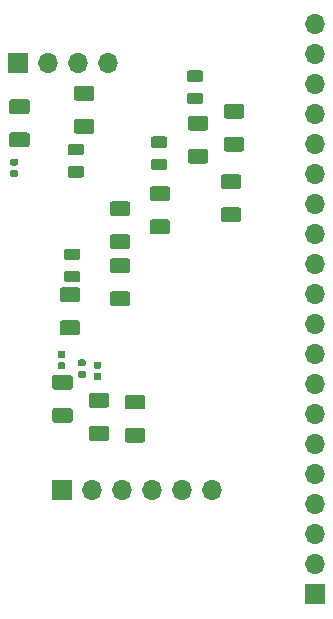
<source format=gbr>
G04 #@! TF.GenerationSoftware,KiCad,Pcbnew,5.1.5+dfsg1-2*
G04 #@! TF.CreationDate,2020-01-23T00:33:11+02:00*
G04 #@! TF.ProjectId,nrf52-mesh,6e726635-322d-46d6-9573-682e6b696361,rev?*
G04 #@! TF.SameCoordinates,Original*
G04 #@! TF.FileFunction,Soldermask,Bot*
G04 #@! TF.FilePolarity,Negative*
%FSLAX46Y46*%
G04 Gerber Fmt 4.6, Leading zero omitted, Abs format (unit mm)*
G04 Created by KiCad (PCBNEW 5.1.5+dfsg1-2) date 2020-01-23 00:33:11*
%MOMM*%
%LPD*%
G04 APERTURE LIST*
%ADD10C,0.100000*%
%ADD11O,1.700000X1.700000*%
%ADD12R,1.700000X1.700000*%
G04 APERTURE END LIST*
D10*
G36*
X196056503Y-71137203D02*
G01*
X196080772Y-71140803D01*
X196104570Y-71146764D01*
X196127670Y-71155029D01*
X196149848Y-71165519D01*
X196170892Y-71178132D01*
X196190597Y-71192746D01*
X196208776Y-71209222D01*
X196225252Y-71227401D01*
X196239866Y-71247106D01*
X196252479Y-71268150D01*
X196262969Y-71290328D01*
X196271234Y-71313428D01*
X196277195Y-71337226D01*
X196280795Y-71361495D01*
X196281999Y-71385999D01*
X196281999Y-72135999D01*
X196280795Y-72160503D01*
X196277195Y-72184772D01*
X196271234Y-72208570D01*
X196262969Y-72231670D01*
X196252479Y-72253848D01*
X196239866Y-72274892D01*
X196225252Y-72294597D01*
X196208776Y-72312776D01*
X196190597Y-72329252D01*
X196170892Y-72343866D01*
X196149848Y-72356479D01*
X196127670Y-72366969D01*
X196104570Y-72375234D01*
X196080772Y-72381195D01*
X196056503Y-72384795D01*
X196031999Y-72385999D01*
X194781999Y-72385999D01*
X194757495Y-72384795D01*
X194733226Y-72381195D01*
X194709428Y-72375234D01*
X194686328Y-72366969D01*
X194664150Y-72356479D01*
X194643106Y-72343866D01*
X194623401Y-72329252D01*
X194605222Y-72312776D01*
X194588746Y-72294597D01*
X194574132Y-72274892D01*
X194561519Y-72253848D01*
X194551029Y-72231670D01*
X194542764Y-72208570D01*
X194536803Y-72184772D01*
X194533203Y-72160503D01*
X194531999Y-72135999D01*
X194531999Y-71385999D01*
X194533203Y-71361495D01*
X194536803Y-71337226D01*
X194542764Y-71313428D01*
X194551029Y-71290328D01*
X194561519Y-71268150D01*
X194574132Y-71247106D01*
X194588746Y-71227401D01*
X194605222Y-71209222D01*
X194623401Y-71192746D01*
X194643106Y-71178132D01*
X194664150Y-71165519D01*
X194686328Y-71155029D01*
X194709428Y-71146764D01*
X194733226Y-71140803D01*
X194757495Y-71137203D01*
X194781999Y-71135999D01*
X196031999Y-71135999D01*
X196056503Y-71137203D01*
G37*
G36*
X196056503Y-73937203D02*
G01*
X196080772Y-73940803D01*
X196104570Y-73946764D01*
X196127670Y-73955029D01*
X196149848Y-73965519D01*
X196170892Y-73978132D01*
X196190597Y-73992746D01*
X196208776Y-74009222D01*
X196225252Y-74027401D01*
X196239866Y-74047106D01*
X196252479Y-74068150D01*
X196262969Y-74090328D01*
X196271234Y-74113428D01*
X196277195Y-74137226D01*
X196280795Y-74161495D01*
X196281999Y-74185999D01*
X196281999Y-74935999D01*
X196280795Y-74960503D01*
X196277195Y-74984772D01*
X196271234Y-75008570D01*
X196262969Y-75031670D01*
X196252479Y-75053848D01*
X196239866Y-75074892D01*
X196225252Y-75094597D01*
X196208776Y-75112776D01*
X196190597Y-75129252D01*
X196170892Y-75143866D01*
X196149848Y-75156479D01*
X196127670Y-75166969D01*
X196104570Y-75175234D01*
X196080772Y-75181195D01*
X196056503Y-75184795D01*
X196031999Y-75185999D01*
X194781999Y-75185999D01*
X194757495Y-75184795D01*
X194733226Y-75181195D01*
X194709428Y-75175234D01*
X194686328Y-75166969D01*
X194664150Y-75156479D01*
X194643106Y-75143866D01*
X194623401Y-75129252D01*
X194605222Y-75112776D01*
X194588746Y-75094597D01*
X194574132Y-75074892D01*
X194561519Y-75053848D01*
X194551029Y-75031670D01*
X194542764Y-75008570D01*
X194536803Y-74984772D01*
X194533203Y-74960503D01*
X194531999Y-74935999D01*
X194531999Y-74185999D01*
X194533203Y-74161495D01*
X194536803Y-74137226D01*
X194542764Y-74113428D01*
X194551029Y-74090328D01*
X194561519Y-74068150D01*
X194574132Y-74047106D01*
X194588746Y-74027401D01*
X194605222Y-74009222D01*
X194623401Y-73992746D01*
X194643106Y-73978132D01*
X194664150Y-73965519D01*
X194686328Y-73955029D01*
X194709428Y-73946764D01*
X194733226Y-73940803D01*
X194757495Y-73937203D01*
X194781999Y-73935999D01*
X196031999Y-73935999D01*
X196056503Y-73937203D01*
G37*
G36*
X183246958Y-69750710D02*
G01*
X183261276Y-69752834D01*
X183275317Y-69756351D01*
X183288946Y-69761228D01*
X183302031Y-69767417D01*
X183314447Y-69774858D01*
X183326073Y-69783481D01*
X183336798Y-69793202D01*
X183346519Y-69803927D01*
X183355142Y-69815553D01*
X183362583Y-69827969D01*
X183368772Y-69841054D01*
X183373649Y-69854683D01*
X183377166Y-69868724D01*
X183379290Y-69883042D01*
X183380000Y-69897500D01*
X183380000Y-70192500D01*
X183379290Y-70206958D01*
X183377166Y-70221276D01*
X183373649Y-70235317D01*
X183368772Y-70248946D01*
X183362583Y-70262031D01*
X183355142Y-70274447D01*
X183346519Y-70286073D01*
X183336798Y-70296798D01*
X183326073Y-70306519D01*
X183314447Y-70315142D01*
X183302031Y-70322583D01*
X183288946Y-70328772D01*
X183275317Y-70333649D01*
X183261276Y-70337166D01*
X183246958Y-70339290D01*
X183232500Y-70340000D01*
X182887500Y-70340000D01*
X182873042Y-70339290D01*
X182858724Y-70337166D01*
X182844683Y-70333649D01*
X182831054Y-70328772D01*
X182817969Y-70322583D01*
X182805553Y-70315142D01*
X182793927Y-70306519D01*
X182783202Y-70296798D01*
X182773481Y-70286073D01*
X182764858Y-70274447D01*
X182757417Y-70262031D01*
X182751228Y-70248946D01*
X182746351Y-70235317D01*
X182742834Y-70221276D01*
X182740710Y-70206958D01*
X182740000Y-70192500D01*
X182740000Y-69897500D01*
X182740710Y-69883042D01*
X182742834Y-69868724D01*
X182746351Y-69854683D01*
X182751228Y-69841054D01*
X182757417Y-69827969D01*
X182764858Y-69815553D01*
X182773481Y-69803927D01*
X182783202Y-69793202D01*
X182793927Y-69783481D01*
X182805553Y-69774858D01*
X182817969Y-69767417D01*
X182831054Y-69761228D01*
X182844683Y-69756351D01*
X182858724Y-69752834D01*
X182873042Y-69750710D01*
X182887500Y-69750000D01*
X183232500Y-69750000D01*
X183246958Y-69750710D01*
G37*
G36*
X183246958Y-68780710D02*
G01*
X183261276Y-68782834D01*
X183275317Y-68786351D01*
X183288946Y-68791228D01*
X183302031Y-68797417D01*
X183314447Y-68804858D01*
X183326073Y-68813481D01*
X183336798Y-68823202D01*
X183346519Y-68833927D01*
X183355142Y-68845553D01*
X183362583Y-68857969D01*
X183368772Y-68871054D01*
X183373649Y-68884683D01*
X183377166Y-68898724D01*
X183379290Y-68913042D01*
X183380000Y-68927500D01*
X183380000Y-69222500D01*
X183379290Y-69236958D01*
X183377166Y-69251276D01*
X183373649Y-69265317D01*
X183368772Y-69278946D01*
X183362583Y-69292031D01*
X183355142Y-69304447D01*
X183346519Y-69316073D01*
X183336798Y-69326798D01*
X183326073Y-69336519D01*
X183314447Y-69345142D01*
X183302031Y-69352583D01*
X183288946Y-69358772D01*
X183275317Y-69363649D01*
X183261276Y-69367166D01*
X183246958Y-69369290D01*
X183232500Y-69370000D01*
X182887500Y-69370000D01*
X182873042Y-69369290D01*
X182858724Y-69367166D01*
X182844683Y-69363649D01*
X182831054Y-69358772D01*
X182817969Y-69352583D01*
X182805553Y-69345142D01*
X182793927Y-69336519D01*
X182783202Y-69326798D01*
X182773481Y-69316073D01*
X182764858Y-69304447D01*
X182757417Y-69292031D01*
X182751228Y-69278946D01*
X182746351Y-69265317D01*
X182742834Y-69251276D01*
X182740710Y-69236958D01*
X182740000Y-69222500D01*
X182740000Y-68927500D01*
X182740710Y-68913042D01*
X182742834Y-68898724D01*
X182746351Y-68884683D01*
X182751228Y-68871054D01*
X182757417Y-68857969D01*
X182764858Y-68845553D01*
X182773481Y-68833927D01*
X182783202Y-68823202D01*
X182793927Y-68813481D01*
X182805553Y-68804858D01*
X182817969Y-68797417D01*
X182831054Y-68791228D01*
X182844683Y-68786351D01*
X182858724Y-68782834D01*
X182873042Y-68780710D01*
X182887500Y-68780000D01*
X183232500Y-68780000D01*
X183246958Y-68780710D01*
G37*
G36*
X184149504Y-66566204D02*
G01*
X184173773Y-66569804D01*
X184197571Y-66575765D01*
X184220671Y-66584030D01*
X184242849Y-66594520D01*
X184263893Y-66607133D01*
X184283598Y-66621747D01*
X184301777Y-66638223D01*
X184318253Y-66656402D01*
X184332867Y-66676107D01*
X184345480Y-66697151D01*
X184355970Y-66719329D01*
X184364235Y-66742429D01*
X184370196Y-66766227D01*
X184373796Y-66790496D01*
X184375000Y-66815000D01*
X184375000Y-67565000D01*
X184373796Y-67589504D01*
X184370196Y-67613773D01*
X184364235Y-67637571D01*
X184355970Y-67660671D01*
X184345480Y-67682849D01*
X184332867Y-67703893D01*
X184318253Y-67723598D01*
X184301777Y-67741777D01*
X184283598Y-67758253D01*
X184263893Y-67772867D01*
X184242849Y-67785480D01*
X184220671Y-67795970D01*
X184197571Y-67804235D01*
X184173773Y-67810196D01*
X184149504Y-67813796D01*
X184125000Y-67815000D01*
X182875000Y-67815000D01*
X182850496Y-67813796D01*
X182826227Y-67810196D01*
X182802429Y-67804235D01*
X182779329Y-67795970D01*
X182757151Y-67785480D01*
X182736107Y-67772867D01*
X182716402Y-67758253D01*
X182698223Y-67741777D01*
X182681747Y-67723598D01*
X182667133Y-67703893D01*
X182654520Y-67682849D01*
X182644030Y-67660671D01*
X182635765Y-67637571D01*
X182629804Y-67613773D01*
X182626204Y-67589504D01*
X182625000Y-67565000D01*
X182625000Y-66815000D01*
X182626204Y-66790496D01*
X182629804Y-66766227D01*
X182635765Y-66742429D01*
X182644030Y-66719329D01*
X182654520Y-66697151D01*
X182667133Y-66676107D01*
X182681747Y-66656402D01*
X182698223Y-66638223D01*
X182716402Y-66621747D01*
X182736107Y-66607133D01*
X182757151Y-66594520D01*
X182779329Y-66584030D01*
X182802429Y-66575765D01*
X182826227Y-66569804D01*
X182850496Y-66566204D01*
X182875000Y-66565000D01*
X184125000Y-66565000D01*
X184149504Y-66566204D01*
G37*
G36*
X184149504Y-63766204D02*
G01*
X184173773Y-63769804D01*
X184197571Y-63775765D01*
X184220671Y-63784030D01*
X184242849Y-63794520D01*
X184263893Y-63807133D01*
X184283598Y-63821747D01*
X184301777Y-63838223D01*
X184318253Y-63856402D01*
X184332867Y-63876107D01*
X184345480Y-63897151D01*
X184355970Y-63919329D01*
X184364235Y-63942429D01*
X184370196Y-63966227D01*
X184373796Y-63990496D01*
X184375000Y-64015000D01*
X184375000Y-64765000D01*
X184373796Y-64789504D01*
X184370196Y-64813773D01*
X184364235Y-64837571D01*
X184355970Y-64860671D01*
X184345480Y-64882849D01*
X184332867Y-64903893D01*
X184318253Y-64923598D01*
X184301777Y-64941777D01*
X184283598Y-64958253D01*
X184263893Y-64972867D01*
X184242849Y-64985480D01*
X184220671Y-64995970D01*
X184197571Y-65004235D01*
X184173773Y-65010196D01*
X184149504Y-65013796D01*
X184125000Y-65015000D01*
X182875000Y-65015000D01*
X182850496Y-65013796D01*
X182826227Y-65010196D01*
X182802429Y-65004235D01*
X182779329Y-64995970D01*
X182757151Y-64985480D01*
X182736107Y-64972867D01*
X182716402Y-64958253D01*
X182698223Y-64941777D01*
X182681747Y-64923598D01*
X182667133Y-64903893D01*
X182654520Y-64882849D01*
X182644030Y-64860671D01*
X182635765Y-64837571D01*
X182629804Y-64813773D01*
X182626204Y-64789504D01*
X182625000Y-64765000D01*
X182625000Y-64015000D01*
X182626204Y-63990496D01*
X182629804Y-63966227D01*
X182635765Y-63942429D01*
X182644030Y-63919329D01*
X182654520Y-63897151D01*
X182667133Y-63876107D01*
X182681747Y-63856402D01*
X182698223Y-63838223D01*
X182716402Y-63821747D01*
X182736107Y-63807133D01*
X182757151Y-63794520D01*
X182779329Y-63784030D01*
X182802429Y-63775765D01*
X182826227Y-63769804D01*
X182850496Y-63766204D01*
X182875000Y-63765000D01*
X184125000Y-63765000D01*
X184149504Y-63766204D01*
G37*
G36*
X202071504Y-72912204D02*
G01*
X202095773Y-72915804D01*
X202119571Y-72921765D01*
X202142671Y-72930030D01*
X202164849Y-72940520D01*
X202185893Y-72953133D01*
X202205598Y-72967747D01*
X202223777Y-72984223D01*
X202240253Y-73002402D01*
X202254867Y-73022107D01*
X202267480Y-73043151D01*
X202277970Y-73065329D01*
X202286235Y-73088429D01*
X202292196Y-73112227D01*
X202295796Y-73136496D01*
X202297000Y-73161000D01*
X202297000Y-73911000D01*
X202295796Y-73935504D01*
X202292196Y-73959773D01*
X202286235Y-73983571D01*
X202277970Y-74006671D01*
X202267480Y-74028849D01*
X202254867Y-74049893D01*
X202240253Y-74069598D01*
X202223777Y-74087777D01*
X202205598Y-74104253D01*
X202185893Y-74118867D01*
X202164849Y-74131480D01*
X202142671Y-74141970D01*
X202119571Y-74150235D01*
X202095773Y-74156196D01*
X202071504Y-74159796D01*
X202047000Y-74161000D01*
X200797000Y-74161000D01*
X200772496Y-74159796D01*
X200748227Y-74156196D01*
X200724429Y-74150235D01*
X200701329Y-74141970D01*
X200679151Y-74131480D01*
X200658107Y-74118867D01*
X200638402Y-74104253D01*
X200620223Y-74087777D01*
X200603747Y-74069598D01*
X200589133Y-74049893D01*
X200576520Y-74028849D01*
X200566030Y-74006671D01*
X200557765Y-73983571D01*
X200551804Y-73959773D01*
X200548204Y-73935504D01*
X200547000Y-73911000D01*
X200547000Y-73161000D01*
X200548204Y-73136496D01*
X200551804Y-73112227D01*
X200557765Y-73088429D01*
X200566030Y-73065329D01*
X200576520Y-73043151D01*
X200589133Y-73022107D01*
X200603747Y-73002402D01*
X200620223Y-72984223D01*
X200638402Y-72967747D01*
X200658107Y-72953133D01*
X200679151Y-72940520D01*
X200701329Y-72930030D01*
X200724429Y-72921765D01*
X200748227Y-72915804D01*
X200772496Y-72912204D01*
X200797000Y-72911000D01*
X202047000Y-72911000D01*
X202071504Y-72912204D01*
G37*
G36*
X202071504Y-70112204D02*
G01*
X202095773Y-70115804D01*
X202119571Y-70121765D01*
X202142671Y-70130030D01*
X202164849Y-70140520D01*
X202185893Y-70153133D01*
X202205598Y-70167747D01*
X202223777Y-70184223D01*
X202240253Y-70202402D01*
X202254867Y-70222107D01*
X202267480Y-70243151D01*
X202277970Y-70265329D01*
X202286235Y-70288429D01*
X202292196Y-70312227D01*
X202295796Y-70336496D01*
X202297000Y-70361000D01*
X202297000Y-71111000D01*
X202295796Y-71135504D01*
X202292196Y-71159773D01*
X202286235Y-71183571D01*
X202277970Y-71206671D01*
X202267480Y-71228849D01*
X202254867Y-71249893D01*
X202240253Y-71269598D01*
X202223777Y-71287777D01*
X202205598Y-71304253D01*
X202185893Y-71318867D01*
X202164849Y-71331480D01*
X202142671Y-71341970D01*
X202119571Y-71350235D01*
X202095773Y-71356196D01*
X202071504Y-71359796D01*
X202047000Y-71361000D01*
X200797000Y-71361000D01*
X200772496Y-71359796D01*
X200748227Y-71356196D01*
X200724429Y-71350235D01*
X200701329Y-71341970D01*
X200679151Y-71331480D01*
X200658107Y-71318867D01*
X200638402Y-71304253D01*
X200620223Y-71287777D01*
X200603747Y-71269598D01*
X200589133Y-71249893D01*
X200576520Y-71228849D01*
X200566030Y-71206671D01*
X200557765Y-71183571D01*
X200551804Y-71159773D01*
X200548204Y-71135504D01*
X200547000Y-71111000D01*
X200547000Y-70361000D01*
X200548204Y-70336496D01*
X200551804Y-70312227D01*
X200557765Y-70288429D01*
X200566030Y-70265329D01*
X200576520Y-70243151D01*
X200589133Y-70222107D01*
X200603747Y-70202402D01*
X200620223Y-70184223D01*
X200638402Y-70167747D01*
X200658107Y-70153133D01*
X200679151Y-70140520D01*
X200701329Y-70130030D01*
X200724429Y-70121765D01*
X200748227Y-70115804D01*
X200772496Y-70112204D01*
X200797000Y-70111000D01*
X202047000Y-70111000D01*
X202071504Y-70112204D01*
G37*
G36*
X192673504Y-80024204D02*
G01*
X192697773Y-80027804D01*
X192721571Y-80033765D01*
X192744671Y-80042030D01*
X192766849Y-80052520D01*
X192787893Y-80065133D01*
X192807598Y-80079747D01*
X192825777Y-80096223D01*
X192842253Y-80114402D01*
X192856867Y-80134107D01*
X192869480Y-80155151D01*
X192879970Y-80177329D01*
X192888235Y-80200429D01*
X192894196Y-80224227D01*
X192897796Y-80248496D01*
X192899000Y-80273000D01*
X192899000Y-81023000D01*
X192897796Y-81047504D01*
X192894196Y-81071773D01*
X192888235Y-81095571D01*
X192879970Y-81118671D01*
X192869480Y-81140849D01*
X192856867Y-81161893D01*
X192842253Y-81181598D01*
X192825777Y-81199777D01*
X192807598Y-81216253D01*
X192787893Y-81230867D01*
X192766849Y-81243480D01*
X192744671Y-81253970D01*
X192721571Y-81262235D01*
X192697773Y-81268196D01*
X192673504Y-81271796D01*
X192649000Y-81273000D01*
X191399000Y-81273000D01*
X191374496Y-81271796D01*
X191350227Y-81268196D01*
X191326429Y-81262235D01*
X191303329Y-81253970D01*
X191281151Y-81243480D01*
X191260107Y-81230867D01*
X191240402Y-81216253D01*
X191222223Y-81199777D01*
X191205747Y-81181598D01*
X191191133Y-81161893D01*
X191178520Y-81140849D01*
X191168030Y-81118671D01*
X191159765Y-81095571D01*
X191153804Y-81071773D01*
X191150204Y-81047504D01*
X191149000Y-81023000D01*
X191149000Y-80273000D01*
X191150204Y-80248496D01*
X191153804Y-80224227D01*
X191159765Y-80200429D01*
X191168030Y-80177329D01*
X191178520Y-80155151D01*
X191191133Y-80134107D01*
X191205747Y-80114402D01*
X191222223Y-80096223D01*
X191240402Y-80079747D01*
X191260107Y-80065133D01*
X191281151Y-80052520D01*
X191303329Y-80042030D01*
X191326429Y-80033765D01*
X191350227Y-80027804D01*
X191374496Y-80024204D01*
X191399000Y-80023000D01*
X192649000Y-80023000D01*
X192673504Y-80024204D01*
G37*
G36*
X192673504Y-77224204D02*
G01*
X192697773Y-77227804D01*
X192721571Y-77233765D01*
X192744671Y-77242030D01*
X192766849Y-77252520D01*
X192787893Y-77265133D01*
X192807598Y-77279747D01*
X192825777Y-77296223D01*
X192842253Y-77314402D01*
X192856867Y-77334107D01*
X192869480Y-77355151D01*
X192879970Y-77377329D01*
X192888235Y-77400429D01*
X192894196Y-77424227D01*
X192897796Y-77448496D01*
X192899000Y-77473000D01*
X192899000Y-78223000D01*
X192897796Y-78247504D01*
X192894196Y-78271773D01*
X192888235Y-78295571D01*
X192879970Y-78318671D01*
X192869480Y-78340849D01*
X192856867Y-78361893D01*
X192842253Y-78381598D01*
X192825777Y-78399777D01*
X192807598Y-78416253D01*
X192787893Y-78430867D01*
X192766849Y-78443480D01*
X192744671Y-78453970D01*
X192721571Y-78462235D01*
X192697773Y-78468196D01*
X192673504Y-78471796D01*
X192649000Y-78473000D01*
X191399000Y-78473000D01*
X191374496Y-78471796D01*
X191350227Y-78468196D01*
X191326429Y-78462235D01*
X191303329Y-78453970D01*
X191281151Y-78443480D01*
X191260107Y-78430867D01*
X191240402Y-78416253D01*
X191222223Y-78399777D01*
X191205747Y-78381598D01*
X191191133Y-78361893D01*
X191178520Y-78340849D01*
X191168030Y-78318671D01*
X191159765Y-78295571D01*
X191153804Y-78271773D01*
X191150204Y-78247504D01*
X191149000Y-78223000D01*
X191149000Y-77473000D01*
X191150204Y-77448496D01*
X191153804Y-77424227D01*
X191159765Y-77400429D01*
X191168030Y-77377329D01*
X191178520Y-77355151D01*
X191191133Y-77334107D01*
X191205747Y-77314402D01*
X191222223Y-77296223D01*
X191240402Y-77279747D01*
X191260107Y-77265133D01*
X191281151Y-77252520D01*
X191303329Y-77242030D01*
X191326429Y-77233765D01*
X191350227Y-77227804D01*
X191374496Y-77224204D01*
X191399000Y-77223000D01*
X192649000Y-77223000D01*
X192673504Y-77224204D01*
G37*
G36*
X198854142Y-61314174D02*
G01*
X198877803Y-61317684D01*
X198901007Y-61323496D01*
X198923529Y-61331554D01*
X198945153Y-61341782D01*
X198965670Y-61354079D01*
X198984883Y-61368329D01*
X199002607Y-61384393D01*
X199018671Y-61402117D01*
X199032921Y-61421330D01*
X199045218Y-61441847D01*
X199055446Y-61463471D01*
X199063504Y-61485993D01*
X199069316Y-61509197D01*
X199072826Y-61532858D01*
X199074000Y-61556750D01*
X199074000Y-62044250D01*
X199072826Y-62068142D01*
X199069316Y-62091803D01*
X199063504Y-62115007D01*
X199055446Y-62137529D01*
X199045218Y-62159153D01*
X199032921Y-62179670D01*
X199018671Y-62198883D01*
X199002607Y-62216607D01*
X198984883Y-62232671D01*
X198965670Y-62246921D01*
X198945153Y-62259218D01*
X198923529Y-62269446D01*
X198901007Y-62277504D01*
X198877803Y-62283316D01*
X198854142Y-62286826D01*
X198830250Y-62288000D01*
X197917750Y-62288000D01*
X197893858Y-62286826D01*
X197870197Y-62283316D01*
X197846993Y-62277504D01*
X197824471Y-62269446D01*
X197802847Y-62259218D01*
X197782330Y-62246921D01*
X197763117Y-62232671D01*
X197745393Y-62216607D01*
X197729329Y-62198883D01*
X197715079Y-62179670D01*
X197702782Y-62159153D01*
X197692554Y-62137529D01*
X197684496Y-62115007D01*
X197678684Y-62091803D01*
X197675174Y-62068142D01*
X197674000Y-62044250D01*
X197674000Y-61556750D01*
X197675174Y-61532858D01*
X197678684Y-61509197D01*
X197684496Y-61485993D01*
X197692554Y-61463471D01*
X197702782Y-61441847D01*
X197715079Y-61421330D01*
X197729329Y-61402117D01*
X197745393Y-61384393D01*
X197763117Y-61368329D01*
X197782330Y-61354079D01*
X197802847Y-61341782D01*
X197824471Y-61331554D01*
X197846993Y-61323496D01*
X197870197Y-61317684D01*
X197893858Y-61314174D01*
X197917750Y-61313000D01*
X198830250Y-61313000D01*
X198854142Y-61314174D01*
G37*
G36*
X198854142Y-63189174D02*
G01*
X198877803Y-63192684D01*
X198901007Y-63198496D01*
X198923529Y-63206554D01*
X198945153Y-63216782D01*
X198965670Y-63229079D01*
X198984883Y-63243329D01*
X199002607Y-63259393D01*
X199018671Y-63277117D01*
X199032921Y-63296330D01*
X199045218Y-63316847D01*
X199055446Y-63338471D01*
X199063504Y-63360993D01*
X199069316Y-63384197D01*
X199072826Y-63407858D01*
X199074000Y-63431750D01*
X199074000Y-63919250D01*
X199072826Y-63943142D01*
X199069316Y-63966803D01*
X199063504Y-63990007D01*
X199055446Y-64012529D01*
X199045218Y-64034153D01*
X199032921Y-64054670D01*
X199018671Y-64073883D01*
X199002607Y-64091607D01*
X198984883Y-64107671D01*
X198965670Y-64121921D01*
X198945153Y-64134218D01*
X198923529Y-64144446D01*
X198901007Y-64152504D01*
X198877803Y-64158316D01*
X198854142Y-64161826D01*
X198830250Y-64163000D01*
X197917750Y-64163000D01*
X197893858Y-64161826D01*
X197870197Y-64158316D01*
X197846993Y-64152504D01*
X197824471Y-64144446D01*
X197802847Y-64134218D01*
X197782330Y-64121921D01*
X197763117Y-64107671D01*
X197745393Y-64091607D01*
X197729329Y-64073883D01*
X197715079Y-64054670D01*
X197702782Y-64034153D01*
X197692554Y-64012529D01*
X197684496Y-63990007D01*
X197678684Y-63966803D01*
X197675174Y-63943142D01*
X197674000Y-63919250D01*
X197674000Y-63431750D01*
X197675174Y-63407858D01*
X197678684Y-63384197D01*
X197684496Y-63360993D01*
X197692554Y-63338471D01*
X197702782Y-63316847D01*
X197715079Y-63296330D01*
X197729329Y-63277117D01*
X197745393Y-63259393D01*
X197763117Y-63243329D01*
X197782330Y-63229079D01*
X197802847Y-63216782D01*
X197824471Y-63206554D01*
X197846993Y-63198496D01*
X197870197Y-63192684D01*
X197893858Y-63189174D01*
X197917750Y-63188000D01*
X198830250Y-63188000D01*
X198854142Y-63189174D01*
G37*
G36*
X188460142Y-76406174D02*
G01*
X188483803Y-76409684D01*
X188507007Y-76415496D01*
X188529529Y-76423554D01*
X188551153Y-76433782D01*
X188571670Y-76446079D01*
X188590883Y-76460329D01*
X188608607Y-76476393D01*
X188624671Y-76494117D01*
X188638921Y-76513330D01*
X188651218Y-76533847D01*
X188661446Y-76555471D01*
X188669504Y-76577993D01*
X188675316Y-76601197D01*
X188678826Y-76624858D01*
X188680000Y-76648750D01*
X188680000Y-77136250D01*
X188678826Y-77160142D01*
X188675316Y-77183803D01*
X188669504Y-77207007D01*
X188661446Y-77229529D01*
X188651218Y-77251153D01*
X188638921Y-77271670D01*
X188624671Y-77290883D01*
X188608607Y-77308607D01*
X188590883Y-77324671D01*
X188571670Y-77338921D01*
X188551153Y-77351218D01*
X188529529Y-77361446D01*
X188507007Y-77369504D01*
X188483803Y-77375316D01*
X188460142Y-77378826D01*
X188436250Y-77380000D01*
X187523750Y-77380000D01*
X187499858Y-77378826D01*
X187476197Y-77375316D01*
X187452993Y-77369504D01*
X187430471Y-77361446D01*
X187408847Y-77351218D01*
X187388330Y-77338921D01*
X187369117Y-77324671D01*
X187351393Y-77308607D01*
X187335329Y-77290883D01*
X187321079Y-77271670D01*
X187308782Y-77251153D01*
X187298554Y-77229529D01*
X187290496Y-77207007D01*
X187284684Y-77183803D01*
X187281174Y-77160142D01*
X187280000Y-77136250D01*
X187280000Y-76648750D01*
X187281174Y-76624858D01*
X187284684Y-76601197D01*
X187290496Y-76577993D01*
X187298554Y-76555471D01*
X187308782Y-76533847D01*
X187321079Y-76513330D01*
X187335329Y-76494117D01*
X187351393Y-76476393D01*
X187369117Y-76460329D01*
X187388330Y-76446079D01*
X187408847Y-76433782D01*
X187430471Y-76423554D01*
X187452993Y-76415496D01*
X187476197Y-76409684D01*
X187499858Y-76406174D01*
X187523750Y-76405000D01*
X188436250Y-76405000D01*
X188460142Y-76406174D01*
G37*
G36*
X188460142Y-78281174D02*
G01*
X188483803Y-78284684D01*
X188507007Y-78290496D01*
X188529529Y-78298554D01*
X188551153Y-78308782D01*
X188571670Y-78321079D01*
X188590883Y-78335329D01*
X188608607Y-78351393D01*
X188624671Y-78369117D01*
X188638921Y-78388330D01*
X188651218Y-78408847D01*
X188661446Y-78430471D01*
X188669504Y-78452993D01*
X188675316Y-78476197D01*
X188678826Y-78499858D01*
X188680000Y-78523750D01*
X188680000Y-79011250D01*
X188678826Y-79035142D01*
X188675316Y-79058803D01*
X188669504Y-79082007D01*
X188661446Y-79104529D01*
X188651218Y-79126153D01*
X188638921Y-79146670D01*
X188624671Y-79165883D01*
X188608607Y-79183607D01*
X188590883Y-79199671D01*
X188571670Y-79213921D01*
X188551153Y-79226218D01*
X188529529Y-79236446D01*
X188507007Y-79244504D01*
X188483803Y-79250316D01*
X188460142Y-79253826D01*
X188436250Y-79255000D01*
X187523750Y-79255000D01*
X187499858Y-79253826D01*
X187476197Y-79250316D01*
X187452993Y-79244504D01*
X187430471Y-79236446D01*
X187408847Y-79226218D01*
X187388330Y-79213921D01*
X187369117Y-79199671D01*
X187351393Y-79183607D01*
X187335329Y-79165883D01*
X187321079Y-79146670D01*
X187308782Y-79126153D01*
X187298554Y-79104529D01*
X187290496Y-79082007D01*
X187284684Y-79058803D01*
X187281174Y-79035142D01*
X187280000Y-79011250D01*
X187280000Y-78523750D01*
X187281174Y-78499858D01*
X187284684Y-78476197D01*
X187290496Y-78452993D01*
X187298554Y-78430471D01*
X187308782Y-78408847D01*
X187321079Y-78388330D01*
X187335329Y-78369117D01*
X187351393Y-78351393D01*
X187369117Y-78335329D01*
X187388330Y-78321079D01*
X187408847Y-78308782D01*
X187430471Y-78298554D01*
X187452993Y-78290496D01*
X187476197Y-78284684D01*
X187499858Y-78281174D01*
X187523750Y-78280000D01*
X188436250Y-78280000D01*
X188460142Y-78281174D01*
G37*
G36*
X195806142Y-66902174D02*
G01*
X195829803Y-66905684D01*
X195853007Y-66911496D01*
X195875529Y-66919554D01*
X195897153Y-66929782D01*
X195917670Y-66942079D01*
X195936883Y-66956329D01*
X195954607Y-66972393D01*
X195970671Y-66990117D01*
X195984921Y-67009330D01*
X195997218Y-67029847D01*
X196007446Y-67051471D01*
X196015504Y-67073993D01*
X196021316Y-67097197D01*
X196024826Y-67120858D01*
X196026000Y-67144750D01*
X196026000Y-67632250D01*
X196024826Y-67656142D01*
X196021316Y-67679803D01*
X196015504Y-67703007D01*
X196007446Y-67725529D01*
X195997218Y-67747153D01*
X195984921Y-67767670D01*
X195970671Y-67786883D01*
X195954607Y-67804607D01*
X195936883Y-67820671D01*
X195917670Y-67834921D01*
X195897153Y-67847218D01*
X195875529Y-67857446D01*
X195853007Y-67865504D01*
X195829803Y-67871316D01*
X195806142Y-67874826D01*
X195782250Y-67876000D01*
X194869750Y-67876000D01*
X194845858Y-67874826D01*
X194822197Y-67871316D01*
X194798993Y-67865504D01*
X194776471Y-67857446D01*
X194754847Y-67847218D01*
X194734330Y-67834921D01*
X194715117Y-67820671D01*
X194697393Y-67804607D01*
X194681329Y-67786883D01*
X194667079Y-67767670D01*
X194654782Y-67747153D01*
X194644554Y-67725529D01*
X194636496Y-67703007D01*
X194630684Y-67679803D01*
X194627174Y-67656142D01*
X194626000Y-67632250D01*
X194626000Y-67144750D01*
X194627174Y-67120858D01*
X194630684Y-67097197D01*
X194636496Y-67073993D01*
X194644554Y-67051471D01*
X194654782Y-67029847D01*
X194667079Y-67009330D01*
X194681329Y-66990117D01*
X194697393Y-66972393D01*
X194715117Y-66956329D01*
X194734330Y-66942079D01*
X194754847Y-66929782D01*
X194776471Y-66919554D01*
X194798993Y-66911496D01*
X194822197Y-66905684D01*
X194845858Y-66902174D01*
X194869750Y-66901000D01*
X195782250Y-66901000D01*
X195806142Y-66902174D01*
G37*
G36*
X195806142Y-68777174D02*
G01*
X195829803Y-68780684D01*
X195853007Y-68786496D01*
X195875529Y-68794554D01*
X195897153Y-68804782D01*
X195917670Y-68817079D01*
X195936883Y-68831329D01*
X195954607Y-68847393D01*
X195970671Y-68865117D01*
X195984921Y-68884330D01*
X195997218Y-68904847D01*
X196007446Y-68926471D01*
X196015504Y-68948993D01*
X196021316Y-68972197D01*
X196024826Y-68995858D01*
X196026000Y-69019750D01*
X196026000Y-69507250D01*
X196024826Y-69531142D01*
X196021316Y-69554803D01*
X196015504Y-69578007D01*
X196007446Y-69600529D01*
X195997218Y-69622153D01*
X195984921Y-69642670D01*
X195970671Y-69661883D01*
X195954607Y-69679607D01*
X195936883Y-69695671D01*
X195917670Y-69709921D01*
X195897153Y-69722218D01*
X195875529Y-69732446D01*
X195853007Y-69740504D01*
X195829803Y-69746316D01*
X195806142Y-69749826D01*
X195782250Y-69751000D01*
X194869750Y-69751000D01*
X194845858Y-69749826D01*
X194822197Y-69746316D01*
X194798993Y-69740504D01*
X194776471Y-69732446D01*
X194754847Y-69722218D01*
X194734330Y-69709921D01*
X194715117Y-69695671D01*
X194697393Y-69679607D01*
X194681329Y-69661883D01*
X194667079Y-69642670D01*
X194654782Y-69622153D01*
X194644554Y-69600529D01*
X194636496Y-69578007D01*
X194630684Y-69554803D01*
X194627174Y-69531142D01*
X194626000Y-69507250D01*
X194626000Y-69019750D01*
X194627174Y-68995858D01*
X194630684Y-68972197D01*
X194636496Y-68948993D01*
X194644554Y-68926471D01*
X194654782Y-68904847D01*
X194667079Y-68884330D01*
X194681329Y-68865117D01*
X194697393Y-68847393D01*
X194715117Y-68831329D01*
X194734330Y-68817079D01*
X194754847Y-68804782D01*
X194776471Y-68794554D01*
X194798993Y-68786496D01*
X194822197Y-68780684D01*
X194845858Y-68777174D01*
X194869750Y-68776000D01*
X195782250Y-68776000D01*
X195806142Y-68777174D01*
G37*
G36*
X188770142Y-69421174D02*
G01*
X188793803Y-69424684D01*
X188817007Y-69430496D01*
X188839529Y-69438554D01*
X188861153Y-69448782D01*
X188881670Y-69461079D01*
X188900883Y-69475329D01*
X188918607Y-69491393D01*
X188934671Y-69509117D01*
X188948921Y-69528330D01*
X188961218Y-69548847D01*
X188971446Y-69570471D01*
X188979504Y-69592993D01*
X188985316Y-69616197D01*
X188988826Y-69639858D01*
X188990000Y-69663750D01*
X188990000Y-70151250D01*
X188988826Y-70175142D01*
X188985316Y-70198803D01*
X188979504Y-70222007D01*
X188971446Y-70244529D01*
X188961218Y-70266153D01*
X188948921Y-70286670D01*
X188934671Y-70305883D01*
X188918607Y-70323607D01*
X188900883Y-70339671D01*
X188881670Y-70353921D01*
X188861153Y-70366218D01*
X188839529Y-70376446D01*
X188817007Y-70384504D01*
X188793803Y-70390316D01*
X188770142Y-70393826D01*
X188746250Y-70395000D01*
X187833750Y-70395000D01*
X187809858Y-70393826D01*
X187786197Y-70390316D01*
X187762993Y-70384504D01*
X187740471Y-70376446D01*
X187718847Y-70366218D01*
X187698330Y-70353921D01*
X187679117Y-70339671D01*
X187661393Y-70323607D01*
X187645329Y-70305883D01*
X187631079Y-70286670D01*
X187618782Y-70266153D01*
X187608554Y-70244529D01*
X187600496Y-70222007D01*
X187594684Y-70198803D01*
X187591174Y-70175142D01*
X187590000Y-70151250D01*
X187590000Y-69663750D01*
X187591174Y-69639858D01*
X187594684Y-69616197D01*
X187600496Y-69592993D01*
X187608554Y-69570471D01*
X187618782Y-69548847D01*
X187631079Y-69528330D01*
X187645329Y-69509117D01*
X187661393Y-69491393D01*
X187679117Y-69475329D01*
X187698330Y-69461079D01*
X187718847Y-69448782D01*
X187740471Y-69438554D01*
X187762993Y-69430496D01*
X187786197Y-69424684D01*
X187809858Y-69421174D01*
X187833750Y-69420000D01*
X188746250Y-69420000D01*
X188770142Y-69421174D01*
G37*
G36*
X188770142Y-67546174D02*
G01*
X188793803Y-67549684D01*
X188817007Y-67555496D01*
X188839529Y-67563554D01*
X188861153Y-67573782D01*
X188881670Y-67586079D01*
X188900883Y-67600329D01*
X188918607Y-67616393D01*
X188934671Y-67634117D01*
X188948921Y-67653330D01*
X188961218Y-67673847D01*
X188971446Y-67695471D01*
X188979504Y-67717993D01*
X188985316Y-67741197D01*
X188988826Y-67764858D01*
X188990000Y-67788750D01*
X188990000Y-68276250D01*
X188988826Y-68300142D01*
X188985316Y-68323803D01*
X188979504Y-68347007D01*
X188971446Y-68369529D01*
X188961218Y-68391153D01*
X188948921Y-68411670D01*
X188934671Y-68430883D01*
X188918607Y-68448607D01*
X188900883Y-68464671D01*
X188881670Y-68478921D01*
X188861153Y-68491218D01*
X188839529Y-68501446D01*
X188817007Y-68509504D01*
X188793803Y-68515316D01*
X188770142Y-68518826D01*
X188746250Y-68520000D01*
X187833750Y-68520000D01*
X187809858Y-68518826D01*
X187786197Y-68515316D01*
X187762993Y-68509504D01*
X187740471Y-68501446D01*
X187718847Y-68491218D01*
X187698330Y-68478921D01*
X187679117Y-68464671D01*
X187661393Y-68448607D01*
X187645329Y-68430883D01*
X187631079Y-68411670D01*
X187618782Y-68391153D01*
X187608554Y-68369529D01*
X187600496Y-68347007D01*
X187594684Y-68323803D01*
X187591174Y-68300142D01*
X187590000Y-68276250D01*
X187590000Y-67788750D01*
X187591174Y-67764858D01*
X187594684Y-67741197D01*
X187600496Y-67717993D01*
X187608554Y-67695471D01*
X187618782Y-67673847D01*
X187631079Y-67653330D01*
X187645329Y-67634117D01*
X187661393Y-67616393D01*
X187679117Y-67600329D01*
X187698330Y-67586079D01*
X187718847Y-67573782D01*
X187740471Y-67563554D01*
X187762993Y-67555496D01*
X187786197Y-67549684D01*
X187809858Y-67546174D01*
X187833750Y-67545000D01*
X188746250Y-67545000D01*
X188770142Y-67546174D01*
G37*
G36*
X187266958Y-85070710D02*
G01*
X187281276Y-85072834D01*
X187295317Y-85076351D01*
X187308946Y-85081228D01*
X187322031Y-85087417D01*
X187334447Y-85094858D01*
X187346073Y-85103481D01*
X187356798Y-85113202D01*
X187366519Y-85123927D01*
X187375142Y-85135553D01*
X187382583Y-85147969D01*
X187388772Y-85161054D01*
X187393649Y-85174683D01*
X187397166Y-85188724D01*
X187399290Y-85203042D01*
X187400000Y-85217500D01*
X187400000Y-85512500D01*
X187399290Y-85526958D01*
X187397166Y-85541276D01*
X187393649Y-85555317D01*
X187388772Y-85568946D01*
X187382583Y-85582031D01*
X187375142Y-85594447D01*
X187366519Y-85606073D01*
X187356798Y-85616798D01*
X187346073Y-85626519D01*
X187334447Y-85635142D01*
X187322031Y-85642583D01*
X187308946Y-85648772D01*
X187295317Y-85653649D01*
X187281276Y-85657166D01*
X187266958Y-85659290D01*
X187252500Y-85660000D01*
X186907500Y-85660000D01*
X186893042Y-85659290D01*
X186878724Y-85657166D01*
X186864683Y-85653649D01*
X186851054Y-85648772D01*
X186837969Y-85642583D01*
X186825553Y-85635142D01*
X186813927Y-85626519D01*
X186803202Y-85616798D01*
X186793481Y-85606073D01*
X186784858Y-85594447D01*
X186777417Y-85582031D01*
X186771228Y-85568946D01*
X186766351Y-85555317D01*
X186762834Y-85541276D01*
X186760710Y-85526958D01*
X186760000Y-85512500D01*
X186760000Y-85217500D01*
X186760710Y-85203042D01*
X186762834Y-85188724D01*
X186766351Y-85174683D01*
X186771228Y-85161054D01*
X186777417Y-85147969D01*
X186784858Y-85135553D01*
X186793481Y-85123927D01*
X186803202Y-85113202D01*
X186813927Y-85103481D01*
X186825553Y-85094858D01*
X186837969Y-85087417D01*
X186851054Y-85081228D01*
X186864683Y-85076351D01*
X186878724Y-85072834D01*
X186893042Y-85070710D01*
X186907500Y-85070000D01*
X187252500Y-85070000D01*
X187266958Y-85070710D01*
G37*
G36*
X187266958Y-86040710D02*
G01*
X187281276Y-86042834D01*
X187295317Y-86046351D01*
X187308946Y-86051228D01*
X187322031Y-86057417D01*
X187334447Y-86064858D01*
X187346073Y-86073481D01*
X187356798Y-86083202D01*
X187366519Y-86093927D01*
X187375142Y-86105553D01*
X187382583Y-86117969D01*
X187388772Y-86131054D01*
X187393649Y-86144683D01*
X187397166Y-86158724D01*
X187399290Y-86173042D01*
X187400000Y-86187500D01*
X187400000Y-86482500D01*
X187399290Y-86496958D01*
X187397166Y-86511276D01*
X187393649Y-86525317D01*
X187388772Y-86538946D01*
X187382583Y-86552031D01*
X187375142Y-86564447D01*
X187366519Y-86576073D01*
X187356798Y-86586798D01*
X187346073Y-86596519D01*
X187334447Y-86605142D01*
X187322031Y-86612583D01*
X187308946Y-86618772D01*
X187295317Y-86623649D01*
X187281276Y-86627166D01*
X187266958Y-86629290D01*
X187252500Y-86630000D01*
X186907500Y-86630000D01*
X186893042Y-86629290D01*
X186878724Y-86627166D01*
X186864683Y-86623649D01*
X186851054Y-86618772D01*
X186837969Y-86612583D01*
X186825553Y-86605142D01*
X186813927Y-86596519D01*
X186803202Y-86586798D01*
X186793481Y-86576073D01*
X186784858Y-86564447D01*
X186777417Y-86552031D01*
X186771228Y-86538946D01*
X186766351Y-86525317D01*
X186762834Y-86511276D01*
X186760710Y-86496958D01*
X186760000Y-86482500D01*
X186760000Y-86187500D01*
X186760710Y-86173042D01*
X186762834Y-86158724D01*
X186766351Y-86144683D01*
X186771228Y-86131054D01*
X186777417Y-86117969D01*
X186784858Y-86105553D01*
X186793481Y-86093927D01*
X186803202Y-86083202D01*
X186813927Y-86073481D01*
X186825553Y-86064858D01*
X186837969Y-86057417D01*
X186851054Y-86051228D01*
X186864683Y-86046351D01*
X186878724Y-86042834D01*
X186893042Y-86040710D01*
X186907500Y-86040000D01*
X187252500Y-86040000D01*
X187266958Y-86040710D01*
G37*
G36*
X188976958Y-85790710D02*
G01*
X188991276Y-85792834D01*
X189005317Y-85796351D01*
X189018946Y-85801228D01*
X189032031Y-85807417D01*
X189044447Y-85814858D01*
X189056073Y-85823481D01*
X189066798Y-85833202D01*
X189076519Y-85843927D01*
X189085142Y-85855553D01*
X189092583Y-85867969D01*
X189098772Y-85881054D01*
X189103649Y-85894683D01*
X189107166Y-85908724D01*
X189109290Y-85923042D01*
X189110000Y-85937500D01*
X189110000Y-86232500D01*
X189109290Y-86246958D01*
X189107166Y-86261276D01*
X189103649Y-86275317D01*
X189098772Y-86288946D01*
X189092583Y-86302031D01*
X189085142Y-86314447D01*
X189076519Y-86326073D01*
X189066798Y-86336798D01*
X189056073Y-86346519D01*
X189044447Y-86355142D01*
X189032031Y-86362583D01*
X189018946Y-86368772D01*
X189005317Y-86373649D01*
X188991276Y-86377166D01*
X188976958Y-86379290D01*
X188962500Y-86380000D01*
X188617500Y-86380000D01*
X188603042Y-86379290D01*
X188588724Y-86377166D01*
X188574683Y-86373649D01*
X188561054Y-86368772D01*
X188547969Y-86362583D01*
X188535553Y-86355142D01*
X188523927Y-86346519D01*
X188513202Y-86336798D01*
X188503481Y-86326073D01*
X188494858Y-86314447D01*
X188487417Y-86302031D01*
X188481228Y-86288946D01*
X188476351Y-86275317D01*
X188472834Y-86261276D01*
X188470710Y-86246958D01*
X188470000Y-86232500D01*
X188470000Y-85937500D01*
X188470710Y-85923042D01*
X188472834Y-85908724D01*
X188476351Y-85894683D01*
X188481228Y-85881054D01*
X188487417Y-85867969D01*
X188494858Y-85855553D01*
X188503481Y-85843927D01*
X188513202Y-85833202D01*
X188523927Y-85823481D01*
X188535553Y-85814858D01*
X188547969Y-85807417D01*
X188561054Y-85801228D01*
X188574683Y-85796351D01*
X188588724Y-85792834D01*
X188603042Y-85790710D01*
X188617500Y-85790000D01*
X188962500Y-85790000D01*
X188976958Y-85790710D01*
G37*
G36*
X188976958Y-86760710D02*
G01*
X188991276Y-86762834D01*
X189005317Y-86766351D01*
X189018946Y-86771228D01*
X189032031Y-86777417D01*
X189044447Y-86784858D01*
X189056073Y-86793481D01*
X189066798Y-86803202D01*
X189076519Y-86813927D01*
X189085142Y-86825553D01*
X189092583Y-86837969D01*
X189098772Y-86851054D01*
X189103649Y-86864683D01*
X189107166Y-86878724D01*
X189109290Y-86893042D01*
X189110000Y-86907500D01*
X189110000Y-87202500D01*
X189109290Y-87216958D01*
X189107166Y-87231276D01*
X189103649Y-87245317D01*
X189098772Y-87258946D01*
X189092583Y-87272031D01*
X189085142Y-87284447D01*
X189076519Y-87296073D01*
X189066798Y-87306798D01*
X189056073Y-87316519D01*
X189044447Y-87325142D01*
X189032031Y-87332583D01*
X189018946Y-87338772D01*
X189005317Y-87343649D01*
X188991276Y-87347166D01*
X188976958Y-87349290D01*
X188962500Y-87350000D01*
X188617500Y-87350000D01*
X188603042Y-87349290D01*
X188588724Y-87347166D01*
X188574683Y-87343649D01*
X188561054Y-87338772D01*
X188547969Y-87332583D01*
X188535553Y-87325142D01*
X188523927Y-87316519D01*
X188513202Y-87306798D01*
X188503481Y-87296073D01*
X188494858Y-87284447D01*
X188487417Y-87272031D01*
X188481228Y-87258946D01*
X188476351Y-87245317D01*
X188472834Y-87231276D01*
X188470710Y-87216958D01*
X188470000Y-87202500D01*
X188470000Y-86907500D01*
X188470710Y-86893042D01*
X188472834Y-86878724D01*
X188476351Y-86864683D01*
X188481228Y-86851054D01*
X188487417Y-86837969D01*
X188494858Y-86825553D01*
X188503481Y-86813927D01*
X188513202Y-86803202D01*
X188523927Y-86793481D01*
X188535553Y-86784858D01*
X188547969Y-86777417D01*
X188561054Y-86771228D01*
X188574683Y-86766351D01*
X188588724Y-86762834D01*
X188603042Y-86760710D01*
X188617500Y-86760000D01*
X188962500Y-86760000D01*
X188976958Y-86760710D01*
G37*
G36*
X190296958Y-85970710D02*
G01*
X190311276Y-85972834D01*
X190325317Y-85976351D01*
X190338946Y-85981228D01*
X190352031Y-85987417D01*
X190364447Y-85994858D01*
X190376073Y-86003481D01*
X190386798Y-86013202D01*
X190396519Y-86023927D01*
X190405142Y-86035553D01*
X190412583Y-86047969D01*
X190418772Y-86061054D01*
X190423649Y-86074683D01*
X190427166Y-86088724D01*
X190429290Y-86103042D01*
X190430000Y-86117500D01*
X190430000Y-86412500D01*
X190429290Y-86426958D01*
X190427166Y-86441276D01*
X190423649Y-86455317D01*
X190418772Y-86468946D01*
X190412583Y-86482031D01*
X190405142Y-86494447D01*
X190396519Y-86506073D01*
X190386798Y-86516798D01*
X190376073Y-86526519D01*
X190364447Y-86535142D01*
X190352031Y-86542583D01*
X190338946Y-86548772D01*
X190325317Y-86553649D01*
X190311276Y-86557166D01*
X190296958Y-86559290D01*
X190282500Y-86560000D01*
X189937500Y-86560000D01*
X189923042Y-86559290D01*
X189908724Y-86557166D01*
X189894683Y-86553649D01*
X189881054Y-86548772D01*
X189867969Y-86542583D01*
X189855553Y-86535142D01*
X189843927Y-86526519D01*
X189833202Y-86516798D01*
X189823481Y-86506073D01*
X189814858Y-86494447D01*
X189807417Y-86482031D01*
X189801228Y-86468946D01*
X189796351Y-86455317D01*
X189792834Y-86441276D01*
X189790710Y-86426958D01*
X189790000Y-86412500D01*
X189790000Y-86117500D01*
X189790710Y-86103042D01*
X189792834Y-86088724D01*
X189796351Y-86074683D01*
X189801228Y-86061054D01*
X189807417Y-86047969D01*
X189814858Y-86035553D01*
X189823481Y-86023927D01*
X189833202Y-86013202D01*
X189843927Y-86003481D01*
X189855553Y-85994858D01*
X189867969Y-85987417D01*
X189881054Y-85981228D01*
X189894683Y-85976351D01*
X189908724Y-85972834D01*
X189923042Y-85970710D01*
X189937500Y-85970000D01*
X190282500Y-85970000D01*
X190296958Y-85970710D01*
G37*
G36*
X190296958Y-86940710D02*
G01*
X190311276Y-86942834D01*
X190325317Y-86946351D01*
X190338946Y-86951228D01*
X190352031Y-86957417D01*
X190364447Y-86964858D01*
X190376073Y-86973481D01*
X190386798Y-86983202D01*
X190396519Y-86993927D01*
X190405142Y-87005553D01*
X190412583Y-87017969D01*
X190418772Y-87031054D01*
X190423649Y-87044683D01*
X190427166Y-87058724D01*
X190429290Y-87073042D01*
X190430000Y-87087500D01*
X190430000Y-87382500D01*
X190429290Y-87396958D01*
X190427166Y-87411276D01*
X190423649Y-87425317D01*
X190418772Y-87438946D01*
X190412583Y-87452031D01*
X190405142Y-87464447D01*
X190396519Y-87476073D01*
X190386798Y-87486798D01*
X190376073Y-87496519D01*
X190364447Y-87505142D01*
X190352031Y-87512583D01*
X190338946Y-87518772D01*
X190325317Y-87523649D01*
X190311276Y-87527166D01*
X190296958Y-87529290D01*
X190282500Y-87530000D01*
X189937500Y-87530000D01*
X189923042Y-87529290D01*
X189908724Y-87527166D01*
X189894683Y-87523649D01*
X189881054Y-87518772D01*
X189867969Y-87512583D01*
X189855553Y-87505142D01*
X189843927Y-87496519D01*
X189833202Y-87486798D01*
X189823481Y-87476073D01*
X189814858Y-87464447D01*
X189807417Y-87452031D01*
X189801228Y-87438946D01*
X189796351Y-87425317D01*
X189792834Y-87411276D01*
X189790710Y-87396958D01*
X189790000Y-87382500D01*
X189790000Y-87087500D01*
X189790710Y-87073042D01*
X189792834Y-87058724D01*
X189796351Y-87044683D01*
X189801228Y-87031054D01*
X189807417Y-87017969D01*
X189814858Y-87005553D01*
X189823481Y-86993927D01*
X189833202Y-86983202D01*
X189843927Y-86973481D01*
X189855553Y-86964858D01*
X189867969Y-86957417D01*
X189881054Y-86951228D01*
X189894683Y-86946351D01*
X189908724Y-86942834D01*
X189923042Y-86940710D01*
X189937500Y-86940000D01*
X190282500Y-86940000D01*
X190296958Y-86940710D01*
G37*
D11*
X199820000Y-96830000D03*
X197280000Y-96830000D03*
X194740000Y-96830000D03*
X192200000Y-96830000D03*
X189660000Y-96830000D03*
D12*
X187120000Y-96830000D03*
D11*
X191008000Y-60706000D03*
X188468000Y-60706000D03*
X185928000Y-60706000D03*
D12*
X183388000Y-60706000D03*
D11*
X208534000Y-57404000D03*
X208534000Y-59944000D03*
X208534000Y-62484000D03*
X208534000Y-65024000D03*
X208534000Y-67564000D03*
X208534000Y-70104000D03*
X208534000Y-72644000D03*
X208534000Y-75184000D03*
X208534000Y-77724000D03*
X208534000Y-80264000D03*
X208534000Y-82804000D03*
X208534000Y-85344000D03*
X208534000Y-87884000D03*
X208534000Y-90424000D03*
X208534000Y-92964000D03*
X208534000Y-95504000D03*
X208534000Y-98044000D03*
X208534000Y-100584000D03*
X208534000Y-103124000D03*
D12*
X208534000Y-105664000D03*
D10*
G36*
X202325504Y-66940204D02*
G01*
X202349773Y-66943804D01*
X202373571Y-66949765D01*
X202396671Y-66958030D01*
X202418849Y-66968520D01*
X202439893Y-66981133D01*
X202459598Y-66995747D01*
X202477777Y-67012223D01*
X202494253Y-67030402D01*
X202508867Y-67050107D01*
X202521480Y-67071151D01*
X202531970Y-67093329D01*
X202540235Y-67116429D01*
X202546196Y-67140227D01*
X202549796Y-67164496D01*
X202551000Y-67189000D01*
X202551000Y-67939000D01*
X202549796Y-67963504D01*
X202546196Y-67987773D01*
X202540235Y-68011571D01*
X202531970Y-68034671D01*
X202521480Y-68056849D01*
X202508867Y-68077893D01*
X202494253Y-68097598D01*
X202477777Y-68115777D01*
X202459598Y-68132253D01*
X202439893Y-68146867D01*
X202418849Y-68159480D01*
X202396671Y-68169970D01*
X202373571Y-68178235D01*
X202349773Y-68184196D01*
X202325504Y-68187796D01*
X202301000Y-68189000D01*
X201051000Y-68189000D01*
X201026496Y-68187796D01*
X201002227Y-68184196D01*
X200978429Y-68178235D01*
X200955329Y-68169970D01*
X200933151Y-68159480D01*
X200912107Y-68146867D01*
X200892402Y-68132253D01*
X200874223Y-68115777D01*
X200857747Y-68097598D01*
X200843133Y-68077893D01*
X200830520Y-68056849D01*
X200820030Y-68034671D01*
X200811765Y-68011571D01*
X200805804Y-67987773D01*
X200802204Y-67963504D01*
X200801000Y-67939000D01*
X200801000Y-67189000D01*
X200802204Y-67164496D01*
X200805804Y-67140227D01*
X200811765Y-67116429D01*
X200820030Y-67093329D01*
X200830520Y-67071151D01*
X200843133Y-67050107D01*
X200857747Y-67030402D01*
X200874223Y-67012223D01*
X200892402Y-66995747D01*
X200912107Y-66981133D01*
X200933151Y-66968520D01*
X200955329Y-66958030D01*
X200978429Y-66949765D01*
X201002227Y-66943804D01*
X201026496Y-66940204D01*
X201051000Y-66939000D01*
X202301000Y-66939000D01*
X202325504Y-66940204D01*
G37*
G36*
X202325504Y-64140204D02*
G01*
X202349773Y-64143804D01*
X202373571Y-64149765D01*
X202396671Y-64158030D01*
X202418849Y-64168520D01*
X202439893Y-64181133D01*
X202459598Y-64195747D01*
X202477777Y-64212223D01*
X202494253Y-64230402D01*
X202508867Y-64250107D01*
X202521480Y-64271151D01*
X202531970Y-64293329D01*
X202540235Y-64316429D01*
X202546196Y-64340227D01*
X202549796Y-64364496D01*
X202551000Y-64389000D01*
X202551000Y-65139000D01*
X202549796Y-65163504D01*
X202546196Y-65187773D01*
X202540235Y-65211571D01*
X202531970Y-65234671D01*
X202521480Y-65256849D01*
X202508867Y-65277893D01*
X202494253Y-65297598D01*
X202477777Y-65315777D01*
X202459598Y-65332253D01*
X202439893Y-65346867D01*
X202418849Y-65359480D01*
X202396671Y-65369970D01*
X202373571Y-65378235D01*
X202349773Y-65384196D01*
X202325504Y-65387796D01*
X202301000Y-65389000D01*
X201051000Y-65389000D01*
X201026496Y-65387796D01*
X201002227Y-65384196D01*
X200978429Y-65378235D01*
X200955329Y-65369970D01*
X200933151Y-65359480D01*
X200912107Y-65346867D01*
X200892402Y-65332253D01*
X200874223Y-65315777D01*
X200857747Y-65297598D01*
X200843133Y-65277893D01*
X200830520Y-65256849D01*
X200820030Y-65234671D01*
X200811765Y-65211571D01*
X200805804Y-65187773D01*
X200802204Y-65163504D01*
X200801000Y-65139000D01*
X200801000Y-64389000D01*
X200802204Y-64364496D01*
X200805804Y-64340227D01*
X200811765Y-64316429D01*
X200820030Y-64293329D01*
X200830520Y-64271151D01*
X200843133Y-64250107D01*
X200857747Y-64230402D01*
X200874223Y-64212223D01*
X200892402Y-64195747D01*
X200912107Y-64181133D01*
X200933151Y-64168520D01*
X200955329Y-64158030D01*
X200978429Y-64149765D01*
X201002227Y-64143804D01*
X201026496Y-64140204D01*
X201051000Y-64139000D01*
X202301000Y-64139000D01*
X202325504Y-64140204D01*
G37*
G36*
X192673504Y-75198204D02*
G01*
X192697773Y-75201804D01*
X192721571Y-75207765D01*
X192744671Y-75216030D01*
X192766849Y-75226520D01*
X192787893Y-75239133D01*
X192807598Y-75253747D01*
X192825777Y-75270223D01*
X192842253Y-75288402D01*
X192856867Y-75308107D01*
X192869480Y-75329151D01*
X192879970Y-75351329D01*
X192888235Y-75374429D01*
X192894196Y-75398227D01*
X192897796Y-75422496D01*
X192899000Y-75447000D01*
X192899000Y-76197000D01*
X192897796Y-76221504D01*
X192894196Y-76245773D01*
X192888235Y-76269571D01*
X192879970Y-76292671D01*
X192869480Y-76314849D01*
X192856867Y-76335893D01*
X192842253Y-76355598D01*
X192825777Y-76373777D01*
X192807598Y-76390253D01*
X192787893Y-76404867D01*
X192766849Y-76417480D01*
X192744671Y-76427970D01*
X192721571Y-76436235D01*
X192697773Y-76442196D01*
X192673504Y-76445796D01*
X192649000Y-76447000D01*
X191399000Y-76447000D01*
X191374496Y-76445796D01*
X191350227Y-76442196D01*
X191326429Y-76436235D01*
X191303329Y-76427970D01*
X191281151Y-76417480D01*
X191260107Y-76404867D01*
X191240402Y-76390253D01*
X191222223Y-76373777D01*
X191205747Y-76355598D01*
X191191133Y-76335893D01*
X191178520Y-76314849D01*
X191168030Y-76292671D01*
X191159765Y-76269571D01*
X191153804Y-76245773D01*
X191150204Y-76221504D01*
X191149000Y-76197000D01*
X191149000Y-75447000D01*
X191150204Y-75422496D01*
X191153804Y-75398227D01*
X191159765Y-75374429D01*
X191168030Y-75351329D01*
X191178520Y-75329151D01*
X191191133Y-75308107D01*
X191205747Y-75288402D01*
X191222223Y-75270223D01*
X191240402Y-75253747D01*
X191260107Y-75239133D01*
X191281151Y-75226520D01*
X191303329Y-75216030D01*
X191326429Y-75207765D01*
X191350227Y-75201804D01*
X191374496Y-75198204D01*
X191399000Y-75197000D01*
X192649000Y-75197000D01*
X192673504Y-75198204D01*
G37*
G36*
X192673504Y-72398204D02*
G01*
X192697773Y-72401804D01*
X192721571Y-72407765D01*
X192744671Y-72416030D01*
X192766849Y-72426520D01*
X192787893Y-72439133D01*
X192807598Y-72453747D01*
X192825777Y-72470223D01*
X192842253Y-72488402D01*
X192856867Y-72508107D01*
X192869480Y-72529151D01*
X192879970Y-72551329D01*
X192888235Y-72574429D01*
X192894196Y-72598227D01*
X192897796Y-72622496D01*
X192899000Y-72647000D01*
X192899000Y-73397000D01*
X192897796Y-73421504D01*
X192894196Y-73445773D01*
X192888235Y-73469571D01*
X192879970Y-73492671D01*
X192869480Y-73514849D01*
X192856867Y-73535893D01*
X192842253Y-73555598D01*
X192825777Y-73573777D01*
X192807598Y-73590253D01*
X192787893Y-73604867D01*
X192766849Y-73617480D01*
X192744671Y-73627970D01*
X192721571Y-73636235D01*
X192697773Y-73642196D01*
X192673504Y-73645796D01*
X192649000Y-73647000D01*
X191399000Y-73647000D01*
X191374496Y-73645796D01*
X191350227Y-73642196D01*
X191326429Y-73636235D01*
X191303329Y-73627970D01*
X191281151Y-73617480D01*
X191260107Y-73604867D01*
X191240402Y-73590253D01*
X191222223Y-73573777D01*
X191205747Y-73555598D01*
X191191133Y-73535893D01*
X191178520Y-73514849D01*
X191168030Y-73492671D01*
X191159765Y-73469571D01*
X191153804Y-73445773D01*
X191150204Y-73421504D01*
X191149000Y-73397000D01*
X191149000Y-72647000D01*
X191150204Y-72622496D01*
X191153804Y-72598227D01*
X191159765Y-72574429D01*
X191168030Y-72551329D01*
X191178520Y-72529151D01*
X191191133Y-72508107D01*
X191205747Y-72488402D01*
X191222223Y-72470223D01*
X191240402Y-72453747D01*
X191260107Y-72439133D01*
X191281151Y-72426520D01*
X191303329Y-72416030D01*
X191326429Y-72407765D01*
X191350227Y-72401804D01*
X191374496Y-72398204D01*
X191399000Y-72397000D01*
X192649000Y-72397000D01*
X192673504Y-72398204D01*
G37*
G36*
X199277504Y-65156204D02*
G01*
X199301773Y-65159804D01*
X199325571Y-65165765D01*
X199348671Y-65174030D01*
X199370849Y-65184520D01*
X199391893Y-65197133D01*
X199411598Y-65211747D01*
X199429777Y-65228223D01*
X199446253Y-65246402D01*
X199460867Y-65266107D01*
X199473480Y-65287151D01*
X199483970Y-65309329D01*
X199492235Y-65332429D01*
X199498196Y-65356227D01*
X199501796Y-65380496D01*
X199503000Y-65405000D01*
X199503000Y-66155000D01*
X199501796Y-66179504D01*
X199498196Y-66203773D01*
X199492235Y-66227571D01*
X199483970Y-66250671D01*
X199473480Y-66272849D01*
X199460867Y-66293893D01*
X199446253Y-66313598D01*
X199429777Y-66331777D01*
X199411598Y-66348253D01*
X199391893Y-66362867D01*
X199370849Y-66375480D01*
X199348671Y-66385970D01*
X199325571Y-66394235D01*
X199301773Y-66400196D01*
X199277504Y-66403796D01*
X199253000Y-66405000D01*
X198003000Y-66405000D01*
X197978496Y-66403796D01*
X197954227Y-66400196D01*
X197930429Y-66394235D01*
X197907329Y-66385970D01*
X197885151Y-66375480D01*
X197864107Y-66362867D01*
X197844402Y-66348253D01*
X197826223Y-66331777D01*
X197809747Y-66313598D01*
X197795133Y-66293893D01*
X197782520Y-66272849D01*
X197772030Y-66250671D01*
X197763765Y-66227571D01*
X197757804Y-66203773D01*
X197754204Y-66179504D01*
X197753000Y-66155000D01*
X197753000Y-65405000D01*
X197754204Y-65380496D01*
X197757804Y-65356227D01*
X197763765Y-65332429D01*
X197772030Y-65309329D01*
X197782520Y-65287151D01*
X197795133Y-65266107D01*
X197809747Y-65246402D01*
X197826223Y-65228223D01*
X197844402Y-65211747D01*
X197864107Y-65197133D01*
X197885151Y-65184520D01*
X197907329Y-65174030D01*
X197930429Y-65165765D01*
X197954227Y-65159804D01*
X197978496Y-65156204D01*
X198003000Y-65155000D01*
X199253000Y-65155000D01*
X199277504Y-65156204D01*
G37*
G36*
X199277504Y-67956204D02*
G01*
X199301773Y-67959804D01*
X199325571Y-67965765D01*
X199348671Y-67974030D01*
X199370849Y-67984520D01*
X199391893Y-67997133D01*
X199411598Y-68011747D01*
X199429777Y-68028223D01*
X199446253Y-68046402D01*
X199460867Y-68066107D01*
X199473480Y-68087151D01*
X199483970Y-68109329D01*
X199492235Y-68132429D01*
X199498196Y-68156227D01*
X199501796Y-68180496D01*
X199503000Y-68205000D01*
X199503000Y-68955000D01*
X199501796Y-68979504D01*
X199498196Y-69003773D01*
X199492235Y-69027571D01*
X199483970Y-69050671D01*
X199473480Y-69072849D01*
X199460867Y-69093893D01*
X199446253Y-69113598D01*
X199429777Y-69131777D01*
X199411598Y-69148253D01*
X199391893Y-69162867D01*
X199370849Y-69175480D01*
X199348671Y-69185970D01*
X199325571Y-69194235D01*
X199301773Y-69200196D01*
X199277504Y-69203796D01*
X199253000Y-69205000D01*
X198003000Y-69205000D01*
X197978496Y-69203796D01*
X197954227Y-69200196D01*
X197930429Y-69194235D01*
X197907329Y-69185970D01*
X197885151Y-69175480D01*
X197864107Y-69162867D01*
X197844402Y-69148253D01*
X197826223Y-69131777D01*
X197809747Y-69113598D01*
X197795133Y-69093893D01*
X197782520Y-69072849D01*
X197772030Y-69050671D01*
X197763765Y-69027571D01*
X197757804Y-69003773D01*
X197754204Y-68979504D01*
X197753000Y-68955000D01*
X197753000Y-68205000D01*
X197754204Y-68180496D01*
X197757804Y-68156227D01*
X197763765Y-68132429D01*
X197772030Y-68109329D01*
X197782520Y-68087151D01*
X197795133Y-68066107D01*
X197809747Y-68046402D01*
X197826223Y-68028223D01*
X197844402Y-68011747D01*
X197864107Y-67997133D01*
X197885151Y-67984520D01*
X197907329Y-67974030D01*
X197930429Y-67965765D01*
X197954227Y-67959804D01*
X197978496Y-67956204D01*
X198003000Y-67955000D01*
X199253000Y-67955000D01*
X199277504Y-67956204D01*
G37*
G36*
X188439504Y-79686204D02*
G01*
X188463773Y-79689804D01*
X188487571Y-79695765D01*
X188510671Y-79704030D01*
X188532849Y-79714520D01*
X188553893Y-79727133D01*
X188573598Y-79741747D01*
X188591777Y-79758223D01*
X188608253Y-79776402D01*
X188622867Y-79796107D01*
X188635480Y-79817151D01*
X188645970Y-79839329D01*
X188654235Y-79862429D01*
X188660196Y-79886227D01*
X188663796Y-79910496D01*
X188665000Y-79935000D01*
X188665000Y-80685000D01*
X188663796Y-80709504D01*
X188660196Y-80733773D01*
X188654235Y-80757571D01*
X188645970Y-80780671D01*
X188635480Y-80802849D01*
X188622867Y-80823893D01*
X188608253Y-80843598D01*
X188591777Y-80861777D01*
X188573598Y-80878253D01*
X188553893Y-80892867D01*
X188532849Y-80905480D01*
X188510671Y-80915970D01*
X188487571Y-80924235D01*
X188463773Y-80930196D01*
X188439504Y-80933796D01*
X188415000Y-80935000D01*
X187165000Y-80935000D01*
X187140496Y-80933796D01*
X187116227Y-80930196D01*
X187092429Y-80924235D01*
X187069329Y-80915970D01*
X187047151Y-80905480D01*
X187026107Y-80892867D01*
X187006402Y-80878253D01*
X186988223Y-80861777D01*
X186971747Y-80843598D01*
X186957133Y-80823893D01*
X186944520Y-80802849D01*
X186934030Y-80780671D01*
X186925765Y-80757571D01*
X186919804Y-80733773D01*
X186916204Y-80709504D01*
X186915000Y-80685000D01*
X186915000Y-79935000D01*
X186916204Y-79910496D01*
X186919804Y-79886227D01*
X186925765Y-79862429D01*
X186934030Y-79839329D01*
X186944520Y-79817151D01*
X186957133Y-79796107D01*
X186971747Y-79776402D01*
X186988223Y-79758223D01*
X187006402Y-79741747D01*
X187026107Y-79727133D01*
X187047151Y-79714520D01*
X187069329Y-79704030D01*
X187092429Y-79695765D01*
X187116227Y-79689804D01*
X187140496Y-79686204D01*
X187165000Y-79685000D01*
X188415000Y-79685000D01*
X188439504Y-79686204D01*
G37*
G36*
X188439504Y-82486204D02*
G01*
X188463773Y-82489804D01*
X188487571Y-82495765D01*
X188510671Y-82504030D01*
X188532849Y-82514520D01*
X188553893Y-82527133D01*
X188573598Y-82541747D01*
X188591777Y-82558223D01*
X188608253Y-82576402D01*
X188622867Y-82596107D01*
X188635480Y-82617151D01*
X188645970Y-82639329D01*
X188654235Y-82662429D01*
X188660196Y-82686227D01*
X188663796Y-82710496D01*
X188665000Y-82735000D01*
X188665000Y-83485000D01*
X188663796Y-83509504D01*
X188660196Y-83533773D01*
X188654235Y-83557571D01*
X188645970Y-83580671D01*
X188635480Y-83602849D01*
X188622867Y-83623893D01*
X188608253Y-83643598D01*
X188591777Y-83661777D01*
X188573598Y-83678253D01*
X188553893Y-83692867D01*
X188532849Y-83705480D01*
X188510671Y-83715970D01*
X188487571Y-83724235D01*
X188463773Y-83730196D01*
X188439504Y-83733796D01*
X188415000Y-83735000D01*
X187165000Y-83735000D01*
X187140496Y-83733796D01*
X187116227Y-83730196D01*
X187092429Y-83724235D01*
X187069329Y-83715970D01*
X187047151Y-83705480D01*
X187026107Y-83692867D01*
X187006402Y-83678253D01*
X186988223Y-83661777D01*
X186971747Y-83643598D01*
X186957133Y-83623893D01*
X186944520Y-83602849D01*
X186934030Y-83580671D01*
X186925765Y-83557571D01*
X186919804Y-83533773D01*
X186916204Y-83509504D01*
X186915000Y-83485000D01*
X186915000Y-82735000D01*
X186916204Y-82710496D01*
X186919804Y-82686227D01*
X186925765Y-82662429D01*
X186934030Y-82639329D01*
X186944520Y-82617151D01*
X186957133Y-82596107D01*
X186971747Y-82576402D01*
X186988223Y-82558223D01*
X187006402Y-82541747D01*
X187026107Y-82527133D01*
X187047151Y-82514520D01*
X187069329Y-82504030D01*
X187092429Y-82495765D01*
X187116227Y-82489804D01*
X187140496Y-82486204D01*
X187165000Y-82485000D01*
X188415000Y-82485000D01*
X188439504Y-82486204D01*
G37*
G36*
X189629504Y-65426204D02*
G01*
X189653773Y-65429804D01*
X189677571Y-65435765D01*
X189700671Y-65444030D01*
X189722849Y-65454520D01*
X189743893Y-65467133D01*
X189763598Y-65481747D01*
X189781777Y-65498223D01*
X189798253Y-65516402D01*
X189812867Y-65536107D01*
X189825480Y-65557151D01*
X189835970Y-65579329D01*
X189844235Y-65602429D01*
X189850196Y-65626227D01*
X189853796Y-65650496D01*
X189855000Y-65675000D01*
X189855000Y-66425000D01*
X189853796Y-66449504D01*
X189850196Y-66473773D01*
X189844235Y-66497571D01*
X189835970Y-66520671D01*
X189825480Y-66542849D01*
X189812867Y-66563893D01*
X189798253Y-66583598D01*
X189781777Y-66601777D01*
X189763598Y-66618253D01*
X189743893Y-66632867D01*
X189722849Y-66645480D01*
X189700671Y-66655970D01*
X189677571Y-66664235D01*
X189653773Y-66670196D01*
X189629504Y-66673796D01*
X189605000Y-66675000D01*
X188355000Y-66675000D01*
X188330496Y-66673796D01*
X188306227Y-66670196D01*
X188282429Y-66664235D01*
X188259329Y-66655970D01*
X188237151Y-66645480D01*
X188216107Y-66632867D01*
X188196402Y-66618253D01*
X188178223Y-66601777D01*
X188161747Y-66583598D01*
X188147133Y-66563893D01*
X188134520Y-66542849D01*
X188124030Y-66520671D01*
X188115765Y-66497571D01*
X188109804Y-66473773D01*
X188106204Y-66449504D01*
X188105000Y-66425000D01*
X188105000Y-65675000D01*
X188106204Y-65650496D01*
X188109804Y-65626227D01*
X188115765Y-65602429D01*
X188124030Y-65579329D01*
X188134520Y-65557151D01*
X188147133Y-65536107D01*
X188161747Y-65516402D01*
X188178223Y-65498223D01*
X188196402Y-65481747D01*
X188216107Y-65467133D01*
X188237151Y-65454520D01*
X188259329Y-65444030D01*
X188282429Y-65435765D01*
X188306227Y-65429804D01*
X188330496Y-65426204D01*
X188355000Y-65425000D01*
X189605000Y-65425000D01*
X189629504Y-65426204D01*
G37*
G36*
X189629504Y-62626204D02*
G01*
X189653773Y-62629804D01*
X189677571Y-62635765D01*
X189700671Y-62644030D01*
X189722849Y-62654520D01*
X189743893Y-62667133D01*
X189763598Y-62681747D01*
X189781777Y-62698223D01*
X189798253Y-62716402D01*
X189812867Y-62736107D01*
X189825480Y-62757151D01*
X189835970Y-62779329D01*
X189844235Y-62802429D01*
X189850196Y-62826227D01*
X189853796Y-62850496D01*
X189855000Y-62875000D01*
X189855000Y-63625000D01*
X189853796Y-63649504D01*
X189850196Y-63673773D01*
X189844235Y-63697571D01*
X189835970Y-63720671D01*
X189825480Y-63742849D01*
X189812867Y-63763893D01*
X189798253Y-63783598D01*
X189781777Y-63801777D01*
X189763598Y-63818253D01*
X189743893Y-63832867D01*
X189722849Y-63845480D01*
X189700671Y-63855970D01*
X189677571Y-63864235D01*
X189653773Y-63870196D01*
X189629504Y-63873796D01*
X189605000Y-63875000D01*
X188355000Y-63875000D01*
X188330496Y-63873796D01*
X188306227Y-63870196D01*
X188282429Y-63864235D01*
X188259329Y-63855970D01*
X188237151Y-63845480D01*
X188216107Y-63832867D01*
X188196402Y-63818253D01*
X188178223Y-63801777D01*
X188161747Y-63783598D01*
X188147133Y-63763893D01*
X188134520Y-63742849D01*
X188124030Y-63720671D01*
X188115765Y-63697571D01*
X188109804Y-63673773D01*
X188106204Y-63649504D01*
X188105000Y-63625000D01*
X188105000Y-62875000D01*
X188106204Y-62850496D01*
X188109804Y-62826227D01*
X188115765Y-62802429D01*
X188124030Y-62779329D01*
X188134520Y-62757151D01*
X188147133Y-62736107D01*
X188161747Y-62716402D01*
X188178223Y-62698223D01*
X188196402Y-62681747D01*
X188216107Y-62667133D01*
X188237151Y-62654520D01*
X188259329Y-62644030D01*
X188282429Y-62635765D01*
X188306227Y-62629804D01*
X188330496Y-62626204D01*
X188355000Y-62625000D01*
X189605000Y-62625000D01*
X189629504Y-62626204D01*
G37*
G36*
X187799504Y-87096204D02*
G01*
X187823773Y-87099804D01*
X187847571Y-87105765D01*
X187870671Y-87114030D01*
X187892849Y-87124520D01*
X187913893Y-87137133D01*
X187933598Y-87151747D01*
X187951777Y-87168223D01*
X187968253Y-87186402D01*
X187982867Y-87206107D01*
X187995480Y-87227151D01*
X188005970Y-87249329D01*
X188014235Y-87272429D01*
X188020196Y-87296227D01*
X188023796Y-87320496D01*
X188025000Y-87345000D01*
X188025000Y-88095000D01*
X188023796Y-88119504D01*
X188020196Y-88143773D01*
X188014235Y-88167571D01*
X188005970Y-88190671D01*
X187995480Y-88212849D01*
X187982867Y-88233893D01*
X187968253Y-88253598D01*
X187951777Y-88271777D01*
X187933598Y-88288253D01*
X187913893Y-88302867D01*
X187892849Y-88315480D01*
X187870671Y-88325970D01*
X187847571Y-88334235D01*
X187823773Y-88340196D01*
X187799504Y-88343796D01*
X187775000Y-88345000D01*
X186525000Y-88345000D01*
X186500496Y-88343796D01*
X186476227Y-88340196D01*
X186452429Y-88334235D01*
X186429329Y-88325970D01*
X186407151Y-88315480D01*
X186386107Y-88302867D01*
X186366402Y-88288253D01*
X186348223Y-88271777D01*
X186331747Y-88253598D01*
X186317133Y-88233893D01*
X186304520Y-88212849D01*
X186294030Y-88190671D01*
X186285765Y-88167571D01*
X186279804Y-88143773D01*
X186276204Y-88119504D01*
X186275000Y-88095000D01*
X186275000Y-87345000D01*
X186276204Y-87320496D01*
X186279804Y-87296227D01*
X186285765Y-87272429D01*
X186294030Y-87249329D01*
X186304520Y-87227151D01*
X186317133Y-87206107D01*
X186331747Y-87186402D01*
X186348223Y-87168223D01*
X186366402Y-87151747D01*
X186386107Y-87137133D01*
X186407151Y-87124520D01*
X186429329Y-87114030D01*
X186452429Y-87105765D01*
X186476227Y-87099804D01*
X186500496Y-87096204D01*
X186525000Y-87095000D01*
X187775000Y-87095000D01*
X187799504Y-87096204D01*
G37*
G36*
X187799504Y-89896204D02*
G01*
X187823773Y-89899804D01*
X187847571Y-89905765D01*
X187870671Y-89914030D01*
X187892849Y-89924520D01*
X187913893Y-89937133D01*
X187933598Y-89951747D01*
X187951777Y-89968223D01*
X187968253Y-89986402D01*
X187982867Y-90006107D01*
X187995480Y-90027151D01*
X188005970Y-90049329D01*
X188014235Y-90072429D01*
X188020196Y-90096227D01*
X188023796Y-90120496D01*
X188025000Y-90145000D01*
X188025000Y-90895000D01*
X188023796Y-90919504D01*
X188020196Y-90943773D01*
X188014235Y-90967571D01*
X188005970Y-90990671D01*
X187995480Y-91012849D01*
X187982867Y-91033893D01*
X187968253Y-91053598D01*
X187951777Y-91071777D01*
X187933598Y-91088253D01*
X187913893Y-91102867D01*
X187892849Y-91115480D01*
X187870671Y-91125970D01*
X187847571Y-91134235D01*
X187823773Y-91140196D01*
X187799504Y-91143796D01*
X187775000Y-91145000D01*
X186525000Y-91145000D01*
X186500496Y-91143796D01*
X186476227Y-91140196D01*
X186452429Y-91134235D01*
X186429329Y-91125970D01*
X186407151Y-91115480D01*
X186386107Y-91102867D01*
X186366402Y-91088253D01*
X186348223Y-91071777D01*
X186331747Y-91053598D01*
X186317133Y-91033893D01*
X186304520Y-91012849D01*
X186294030Y-90990671D01*
X186285765Y-90967571D01*
X186279804Y-90943773D01*
X186276204Y-90919504D01*
X186275000Y-90895000D01*
X186275000Y-90145000D01*
X186276204Y-90120496D01*
X186279804Y-90096227D01*
X186285765Y-90072429D01*
X186294030Y-90049329D01*
X186304520Y-90027151D01*
X186317133Y-90006107D01*
X186331747Y-89986402D01*
X186348223Y-89968223D01*
X186366402Y-89951747D01*
X186386107Y-89937133D01*
X186407151Y-89924520D01*
X186429329Y-89914030D01*
X186452429Y-89905765D01*
X186476227Y-89899804D01*
X186500496Y-89896204D01*
X186525000Y-89895000D01*
X187775000Y-89895000D01*
X187799504Y-89896204D01*
G37*
G36*
X190889504Y-88626204D02*
G01*
X190913773Y-88629804D01*
X190937571Y-88635765D01*
X190960671Y-88644030D01*
X190982849Y-88654520D01*
X191003893Y-88667133D01*
X191023598Y-88681747D01*
X191041777Y-88698223D01*
X191058253Y-88716402D01*
X191072867Y-88736107D01*
X191085480Y-88757151D01*
X191095970Y-88779329D01*
X191104235Y-88802429D01*
X191110196Y-88826227D01*
X191113796Y-88850496D01*
X191115000Y-88875000D01*
X191115000Y-89625000D01*
X191113796Y-89649504D01*
X191110196Y-89673773D01*
X191104235Y-89697571D01*
X191095970Y-89720671D01*
X191085480Y-89742849D01*
X191072867Y-89763893D01*
X191058253Y-89783598D01*
X191041777Y-89801777D01*
X191023598Y-89818253D01*
X191003893Y-89832867D01*
X190982849Y-89845480D01*
X190960671Y-89855970D01*
X190937571Y-89864235D01*
X190913773Y-89870196D01*
X190889504Y-89873796D01*
X190865000Y-89875000D01*
X189615000Y-89875000D01*
X189590496Y-89873796D01*
X189566227Y-89870196D01*
X189542429Y-89864235D01*
X189519329Y-89855970D01*
X189497151Y-89845480D01*
X189476107Y-89832867D01*
X189456402Y-89818253D01*
X189438223Y-89801777D01*
X189421747Y-89783598D01*
X189407133Y-89763893D01*
X189394520Y-89742849D01*
X189384030Y-89720671D01*
X189375765Y-89697571D01*
X189369804Y-89673773D01*
X189366204Y-89649504D01*
X189365000Y-89625000D01*
X189365000Y-88875000D01*
X189366204Y-88850496D01*
X189369804Y-88826227D01*
X189375765Y-88802429D01*
X189384030Y-88779329D01*
X189394520Y-88757151D01*
X189407133Y-88736107D01*
X189421747Y-88716402D01*
X189438223Y-88698223D01*
X189456402Y-88681747D01*
X189476107Y-88667133D01*
X189497151Y-88654520D01*
X189519329Y-88644030D01*
X189542429Y-88635765D01*
X189566227Y-88629804D01*
X189590496Y-88626204D01*
X189615000Y-88625000D01*
X190865000Y-88625000D01*
X190889504Y-88626204D01*
G37*
G36*
X190889504Y-91426204D02*
G01*
X190913773Y-91429804D01*
X190937571Y-91435765D01*
X190960671Y-91444030D01*
X190982849Y-91454520D01*
X191003893Y-91467133D01*
X191023598Y-91481747D01*
X191041777Y-91498223D01*
X191058253Y-91516402D01*
X191072867Y-91536107D01*
X191085480Y-91557151D01*
X191095970Y-91579329D01*
X191104235Y-91602429D01*
X191110196Y-91626227D01*
X191113796Y-91650496D01*
X191115000Y-91675000D01*
X191115000Y-92425000D01*
X191113796Y-92449504D01*
X191110196Y-92473773D01*
X191104235Y-92497571D01*
X191095970Y-92520671D01*
X191085480Y-92542849D01*
X191072867Y-92563893D01*
X191058253Y-92583598D01*
X191041777Y-92601777D01*
X191023598Y-92618253D01*
X191003893Y-92632867D01*
X190982849Y-92645480D01*
X190960671Y-92655970D01*
X190937571Y-92664235D01*
X190913773Y-92670196D01*
X190889504Y-92673796D01*
X190865000Y-92675000D01*
X189615000Y-92675000D01*
X189590496Y-92673796D01*
X189566227Y-92670196D01*
X189542429Y-92664235D01*
X189519329Y-92655970D01*
X189497151Y-92645480D01*
X189476107Y-92632867D01*
X189456402Y-92618253D01*
X189438223Y-92601777D01*
X189421747Y-92583598D01*
X189407133Y-92563893D01*
X189394520Y-92542849D01*
X189384030Y-92520671D01*
X189375765Y-92497571D01*
X189369804Y-92473773D01*
X189366204Y-92449504D01*
X189365000Y-92425000D01*
X189365000Y-91675000D01*
X189366204Y-91650496D01*
X189369804Y-91626227D01*
X189375765Y-91602429D01*
X189384030Y-91579329D01*
X189394520Y-91557151D01*
X189407133Y-91536107D01*
X189421747Y-91516402D01*
X189438223Y-91498223D01*
X189456402Y-91481747D01*
X189476107Y-91467133D01*
X189497151Y-91454520D01*
X189519329Y-91444030D01*
X189542429Y-91435765D01*
X189566227Y-91429804D01*
X189590496Y-91426204D01*
X189615000Y-91425000D01*
X190865000Y-91425000D01*
X190889504Y-91426204D01*
G37*
G36*
X193959504Y-88776204D02*
G01*
X193983773Y-88779804D01*
X194007571Y-88785765D01*
X194030671Y-88794030D01*
X194052849Y-88804520D01*
X194073893Y-88817133D01*
X194093598Y-88831747D01*
X194111777Y-88848223D01*
X194128253Y-88866402D01*
X194142867Y-88886107D01*
X194155480Y-88907151D01*
X194165970Y-88929329D01*
X194174235Y-88952429D01*
X194180196Y-88976227D01*
X194183796Y-89000496D01*
X194185000Y-89025000D01*
X194185000Y-89775000D01*
X194183796Y-89799504D01*
X194180196Y-89823773D01*
X194174235Y-89847571D01*
X194165970Y-89870671D01*
X194155480Y-89892849D01*
X194142867Y-89913893D01*
X194128253Y-89933598D01*
X194111777Y-89951777D01*
X194093598Y-89968253D01*
X194073893Y-89982867D01*
X194052849Y-89995480D01*
X194030671Y-90005970D01*
X194007571Y-90014235D01*
X193983773Y-90020196D01*
X193959504Y-90023796D01*
X193935000Y-90025000D01*
X192685000Y-90025000D01*
X192660496Y-90023796D01*
X192636227Y-90020196D01*
X192612429Y-90014235D01*
X192589329Y-90005970D01*
X192567151Y-89995480D01*
X192546107Y-89982867D01*
X192526402Y-89968253D01*
X192508223Y-89951777D01*
X192491747Y-89933598D01*
X192477133Y-89913893D01*
X192464520Y-89892849D01*
X192454030Y-89870671D01*
X192445765Y-89847571D01*
X192439804Y-89823773D01*
X192436204Y-89799504D01*
X192435000Y-89775000D01*
X192435000Y-89025000D01*
X192436204Y-89000496D01*
X192439804Y-88976227D01*
X192445765Y-88952429D01*
X192454030Y-88929329D01*
X192464520Y-88907151D01*
X192477133Y-88886107D01*
X192491747Y-88866402D01*
X192508223Y-88848223D01*
X192526402Y-88831747D01*
X192546107Y-88817133D01*
X192567151Y-88804520D01*
X192589329Y-88794030D01*
X192612429Y-88785765D01*
X192636227Y-88779804D01*
X192660496Y-88776204D01*
X192685000Y-88775000D01*
X193935000Y-88775000D01*
X193959504Y-88776204D01*
G37*
G36*
X193959504Y-91576204D02*
G01*
X193983773Y-91579804D01*
X194007571Y-91585765D01*
X194030671Y-91594030D01*
X194052849Y-91604520D01*
X194073893Y-91617133D01*
X194093598Y-91631747D01*
X194111777Y-91648223D01*
X194128253Y-91666402D01*
X194142867Y-91686107D01*
X194155480Y-91707151D01*
X194165970Y-91729329D01*
X194174235Y-91752429D01*
X194180196Y-91776227D01*
X194183796Y-91800496D01*
X194185000Y-91825000D01*
X194185000Y-92575000D01*
X194183796Y-92599504D01*
X194180196Y-92623773D01*
X194174235Y-92647571D01*
X194165970Y-92670671D01*
X194155480Y-92692849D01*
X194142867Y-92713893D01*
X194128253Y-92733598D01*
X194111777Y-92751777D01*
X194093598Y-92768253D01*
X194073893Y-92782867D01*
X194052849Y-92795480D01*
X194030671Y-92805970D01*
X194007571Y-92814235D01*
X193983773Y-92820196D01*
X193959504Y-92823796D01*
X193935000Y-92825000D01*
X192685000Y-92825000D01*
X192660496Y-92823796D01*
X192636227Y-92820196D01*
X192612429Y-92814235D01*
X192589329Y-92805970D01*
X192567151Y-92795480D01*
X192546107Y-92782867D01*
X192526402Y-92768253D01*
X192508223Y-92751777D01*
X192491747Y-92733598D01*
X192477133Y-92713893D01*
X192464520Y-92692849D01*
X192454030Y-92670671D01*
X192445765Y-92647571D01*
X192439804Y-92623773D01*
X192436204Y-92599504D01*
X192435000Y-92575000D01*
X192435000Y-91825000D01*
X192436204Y-91800496D01*
X192439804Y-91776227D01*
X192445765Y-91752429D01*
X192454030Y-91729329D01*
X192464520Y-91707151D01*
X192477133Y-91686107D01*
X192491747Y-91666402D01*
X192508223Y-91648223D01*
X192526402Y-91631747D01*
X192546107Y-91617133D01*
X192567151Y-91604520D01*
X192589329Y-91594030D01*
X192612429Y-91585765D01*
X192636227Y-91579804D01*
X192660496Y-91576204D01*
X192685000Y-91575000D01*
X193935000Y-91575000D01*
X193959504Y-91576204D01*
G37*
M02*

</source>
